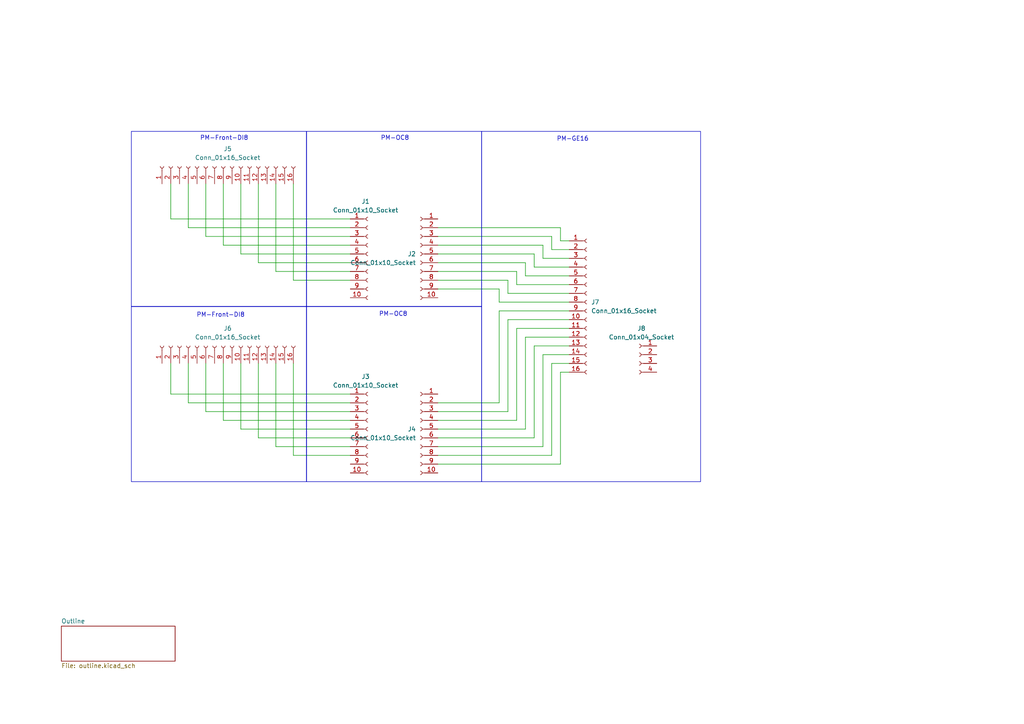
<source format=kicad_sch>
(kicad_sch (version 20231120) (generator "eeschema") (generator_version "8.0")
  (paper "A4")
  (lib_symbols
    (symbol "Connector:Conn_01x04_Socket" (pin_names (offset 1.016) hide)
      (property "Reference" "J" (at 0 5.08 0))
      (property "Value" "Conn_01x04_Socket" (at 0 -7.62 0))
      (symbol "Conn_01x04_Socket_1_1"
        (arc (start 0 -4.572) (mid -0.5058 -5.08) (end 0 -5.588) (stroke (width 0.1524)))
        (arc (start 0 -2.032) (mid -0.5058 -2.54) (end 0 -3.048) (stroke (width 0.1524)))
        (polyline (pts (xy -1.27 -5.08) (xy -0.508 -5.08)) (stroke (width 0.1524)))
        (polyline (pts (xy -1.27 -2.54) (xy -0.508 -2.54)) (stroke (width 0.1524)))
        (polyline (pts (xy -1.27 0) (xy -0.508 0)) (stroke (width 0.1524)))
        (polyline (pts (xy -1.27 2.54) (xy -0.508 2.54)) (stroke (width 0.1524)))
        (arc (start 0 0.508) (mid -0.5058 0) (end 0 -0.508) (stroke (width 0.1524)))
        (arc (start 0 3.048) (mid -0.5058 2.54) (end 0 2.032) (stroke (width 0.1524)))
        (pin passive line (at -5.08 2.54 0) (length 3.81) (name "Pin_1") (number "1"))
        (pin passive line (at -5.08 0 0) (length 3.81) (name "Pin_2") (number "2"))
        (pin passive line (at -5.08 -2.54 0) (length 3.81) (name "Pin_3") (number "3"))
        (pin passive line (at -5.08 -5.08 0) (length 3.81) (name "Pin_4") (number "4"))
      )
    )
    (symbol "Connector:Conn_01x10_Socket" (pin_names (offset 1.016) hide)
      (property "Reference" "J" (at 0 12.7 0))
      (property "Value" "Conn_01x10_Socket" (at 0 -15.24 0))
      (symbol "Conn_01x10_Socket_1_1"
        (arc (start 0 -12.192) (mid -0.5058 -12.7) (end 0 -13.208) (stroke (width 0.1524)))
        (arc (start 0 -9.652) (mid -0.5058 -10.16) (end 0 -10.668) (stroke (width 0.1524)))
        (arc (start 0 -7.112) (mid -0.5058 -7.62) (end 0 -8.128) (stroke (width 0.1524)))
        (arc (start 0 -4.572) (mid -0.5058 -5.08) (end 0 -5.588) (stroke (width 0.1524)))
        (arc (start 0 -2.032) (mid -0.5058 -2.54) (end 0 -3.048) (stroke (width 0.1524)))
        (polyline (pts (xy -1.27 -12.7) (xy -0.508 -12.7)) (stroke (width 0.1524)))
        (polyline (pts (xy -1.27 -10.16) (xy -0.508 -10.16)) (stroke (width 0.1524)))
        (polyline (pts (xy -1.27 -7.62) (xy -0.508 -7.62)) (stroke (width 0.1524)))
        (polyline (pts (xy -1.27 -5.08) (xy -0.508 -5.08)) (stroke (width 0.1524)))
        (polyline (pts (xy -1.27 -2.54) (xy -0.508 -2.54)) (stroke (width 0.1524)))
        (polyline (pts (xy -1.27 0) (xy -0.508 0)) (stroke (width 0.1524)))
        (polyline (pts (xy -1.27 2.54) (xy -0.508 2.54)) (stroke (width 0.1524)))
        (polyline (pts (xy -1.27 5.08) (xy -0.508 5.08)) (stroke (width 0.1524)))
        (polyline (pts (xy -1.27 7.62) (xy -0.508 7.62)) (stroke (width 0.1524)))
        (polyline (pts (xy -1.27 10.16) (xy -0.508 10.16)) (stroke (width 0.1524)))
        (arc (start 0 0.508) (mid -0.5058 0) (end 0 -0.508) (stroke (width 0.1524)))
        (arc (start 0 3.048) (mid -0.5058 2.54) (end 0 2.032) (stroke (width 0.1524)))
        (arc (start 0 5.588) (mid -0.5058 5.08) (end 0 4.572) (stroke (width 0.1524)))
        (arc (start 0 8.128) (mid -0.5058 7.62) (end 0 7.112) (stroke (width 0.1524)))
        (arc (start 0 10.668) (mid -0.5058 10.16) (end 0 9.652) (stroke (width 0.1524)))
        (pin passive line (at -5.08 10.16 0) (length 3.81) (name "Pin_1") (number "1"))
        (pin passive line (at -5.08 -12.7 0) (length 3.81) (name "Pin_10") (number "10"))
        (pin passive line (at -5.08 7.62 0) (length 3.81) (name "Pin_2") (number "2"))
        (pin passive line (at -5.08 5.08 0) (length 3.81) (name "Pin_3") (number "3"))
        (pin passive line (at -5.08 2.54 0) (length 3.81) (name "Pin_4") (number "4"))
        (pin passive line (at -5.08 0 0) (length 3.81) (name "Pin_5") (number "5"))
        (pin passive line (at -5.08 -2.54 0) (length 3.81) (name "Pin_6") (number "6"))
        (pin passive line (at -5.08 -5.08 0) (length 3.81) (name "Pin_7") (number "7"))
        (pin passive line (at -5.08 -7.62 0) (length 3.81) (name "Pin_8") (number "8"))
        (pin passive line (at -5.08 -10.16 0) (length 3.81) (name "Pin_9") (number "9"))
      )
    )
    (symbol "Connector:Conn_01x16_Socket" (pin_names (offset 1.016) hide)
      (property "Reference" "J" (at 0 20.32 0))
      (property "Value" "Conn_01x16_Socket" (at 0 -22.86 0))
      (symbol "Conn_01x16_Socket_1_1"
        (arc (start 0 -19.812) (mid -0.5058 -20.32) (end 0 -20.828) (stroke (width 0.1524)))
        (arc (start 0 -17.272) (mid -0.5058 -17.78) (end 0 -18.288) (stroke (width 0.1524)))
        (arc (start 0 -14.732) (mid -0.5058 -15.24) (end 0 -15.748) (stroke (width 0.1524)))
        (arc (start 0 -12.192) (mid -0.5058 -12.7) (end 0 -13.208) (stroke (width 0.1524)))
        (arc (start 0 -9.652) (mid -0.5058 -10.16) (end 0 -10.668) (stroke (width 0.1524)))
        (arc (start 0 -7.112) (mid -0.5058 -7.62) (end 0 -8.128) (stroke (width 0.1524)))
        (arc (start 0 -4.572) (mid -0.5058 -5.08) (end 0 -5.588) (stroke (width 0.1524)))
        (arc (start 0 -2.032) (mid -0.5058 -2.54) (end 0 -3.048) (stroke (width 0.1524)))
        (polyline (pts (xy -1.27 -20.32) (xy -0.508 -20.32)) (stroke (width 0.1524)))
        (polyline (pts (xy -1.27 -17.78) (xy -0.508 -17.78)) (stroke (width 0.1524)))
        (polyline (pts (xy -1.27 -15.24) (xy -0.508 -15.24)) (stroke (width 0.1524)))
        (polyline (pts (xy -1.27 -12.7) (xy -0.508 -12.7)) (stroke (width 0.1524)))
        (polyline (pts (xy -1.27 -10.16) (xy -0.508 -10.16)) (stroke (width 0.1524)))
        (polyline (pts (xy -1.27 -7.62) (xy -0.508 -7.62)) (stroke (width 0.1524)))
        (polyline (pts (xy -1.27 -5.08) (xy -0.508 -5.08)) (stroke (width 0.1524)))
        (polyline (pts (xy -1.27 -2.54) (xy -0.508 -2.54)) (stroke (width 0.1524)))
        (polyline (pts (xy -1.27 0) (xy -0.508 0)) (stroke (width 0.1524)))
        (polyline (pts (xy -1.27 2.54) (xy -0.508 2.54)) (stroke (width 0.1524)))
        (polyline (pts (xy -1.27 5.08) (xy -0.508 5.08)) (stroke (width 0.1524)))
        (polyline (pts (xy -1.27 7.62) (xy -0.508 7.62)) (stroke (width 0.1524)))
        (polyline (pts (xy -1.27 10.16) (xy -0.508 10.16)) (stroke (width 0.1524)))
        (polyline (pts (xy -1.27 12.7) (xy -0.508 12.7)) (stroke (width 0.1524)))
        (polyline (pts (xy -1.27 15.24) (xy -0.508 15.24)) (stroke (width 0.1524)))
        (polyline (pts (xy -1.27 17.78) (xy -0.508 17.78)) (stroke (width 0.1524)))
        (arc (start 0 0.508) (mid -0.5058 0) (end 0 -0.508) (stroke (width 0.1524)))
        (arc (start 0 3.048) (mid -0.5058 2.54) (end 0 2.032) (stroke (width 0.1524)))
        (arc (start 0 5.588) (mid -0.5058 5.08) (end 0 4.572) (stroke (width 0.1524)))
        (arc (start 0 8.128) (mid -0.5058 7.62) (end 0 7.112) (stroke (width 0.1524)))
        (arc (start 0 10.668) (mid -0.5058 10.16) (end 0 9.652) (stroke (width 0.1524)))
        (arc (start 0 13.208) (mid -0.5058 12.7) (end 0 12.192) (stroke (width 0.1524)))
        (arc (start 0 15.748) (mid -0.5058 15.24) (end 0 14.732) (stroke (width 0.1524)))
        (arc (start 0 18.288) (mid -0.5058 17.78) (end 0 17.272) (stroke (width 0.1524)))
        (pin passive line (at -5.08 17.78 0) (length 3.81) (name "Pin_1") (number "1"))
        (pin passive line (at -5.08 -5.08 0) (length 3.81) (name "Pin_10") (number "10"))
        (pin passive line (at -5.08 -7.62 0) (length 3.81) (name "Pin_11") (number "11"))
        (pin passive line (at -5.08 -10.16 0) (length 3.81) (name "Pin_12") (number "12"))
        (pin passive line (at -5.08 -12.7 0) (length 3.81) (name "Pin_13") (number "13"))
        (pin passive line (at -5.08 -15.24 0) (length 3.81) (name "Pin_14") (number "14"))
        (pin passive line (at -5.08 -17.78 0) (length 3.81) (name "Pin_15") (number "15"))
        (pin passive line (at -5.08 -20.32 0) (length 3.81) (name "Pin_16") (number "16"))
        (pin passive line (at -5.08 15.24 0) (length 3.81) (name "Pin_2") (number "2"))
        (pin passive line (at -5.08 12.7 0) (length 3.81) (name "Pin_3") (number "3"))
        (pin passive line (at -5.08 10.16 0) (length 3.81) (name "Pin_4") (number "4"))
        (pin passive line (at -5.08 7.62 0) (length 3.81) (name "Pin_5") (number "5"))
        (pin passive line (at -5.08 5.08 0) (length 3.81) (name "Pin_6") (number "6"))
        (pin passive line (at -5.08 2.54 0) (length 3.81) (name "Pin_7") (number "7"))
        (pin passive line (at -5.08 0 0) (length 3.81) (name "Pin_8") (number "8"))
        (pin passive line (at -5.08 -2.54 0) (length 3.81) (name "Pin_9") (number "9"))
      )
    )
  )
  (wire (pts (xy 149.86 95.25) (xy 149.86 121.92)))
  (wire (pts (xy 165.1 85.09) (xy 147.32 85.09)))
  (wire (pts (xy 64.77 71.12) (xy 64.77 53.34)))
  (wire (pts (xy 154.94 77.47) (xy 165.1 77.47)))
  (wire (pts (xy 101.6 129.54) (xy 80.01 129.54)))
  (wire (pts (xy 59.69 119.38) (xy 59.69 105.41)))
  (wire (pts (xy 49.53 114.3) (xy 49.53 105.41)))
  (wire (pts (xy 162.56 69.85) (xy 162.56 66.04)))
  (wire (pts (xy 127 132.08) (xy 160.02 132.08)))
  (wire (pts (xy 101.6 124.46) (xy 69.85 124.46)))
  (wire (pts (xy 144.78 87.63) (xy 165.1 87.63)))
  (wire (pts (xy 101.6 68.58) (xy 59.69 68.58)))
  (wire (pts (xy 165.1 97.79) (xy 152.4 97.79)))
  (wire (pts (xy 154.94 100.33) (xy 154.94 127)))
  (wire (pts (xy 165.1 69.85) (xy 162.56 69.85)))
  (wire (pts (xy 127 76.2) (xy 152.4 76.2)))
  (wire (pts (xy 49.53 63.5) (xy 49.53 53.34)))
  (wire (pts (xy 165.1 107.95) (xy 162.56 107.95)))
  (wire (pts (xy 74.93 76.2) (xy 74.93 53.34)))
  (wire (pts (xy 149.86 82.55) (xy 165.1 82.55)))
  (wire (pts (xy 64.77 121.92) (xy 101.6 121.92)))
  (wire (pts (xy 127 71.12) (xy 157.48 71.12)))
  (wire (pts (xy 101.6 63.5) (xy 49.53 63.5)))
  (wire (pts (xy 127 78.74) (xy 149.86 78.74)))
  (wire (pts (xy 54.61 105.41) (xy 54.61 116.84)))
  (wire (pts (xy 101.6 73.66) (xy 69.85 73.66)))
  (wire (pts (xy 144.78 90.17) (xy 144.78 116.84)))
  (wire (pts (xy 85.09 81.28) (xy 85.09 53.34)))
  (wire (pts (xy 149.86 95.25) (xy 165.1 95.25)))
  (wire (pts (xy 165.1 74.93) (xy 157.48 74.93)))
  (wire (pts (xy 162.56 107.95) (xy 162.56 134.62)))
  (wire (pts (xy 152.4 124.46) (xy 127 124.46)))
  (wire (pts (xy 69.85 73.66) (xy 69.85 53.34)))
  (wire (pts (xy 101.6 119.38) (xy 59.69 119.38)))
  (wire (pts (xy 127 73.66) (xy 154.94 73.66)))
  (wire (pts (xy 74.93 105.41) (xy 74.93 127)))
  (wire (pts (xy 154.94 100.33) (xy 165.1 100.33)))
  (wire (pts (xy 165.1 92.71) (xy 147.32 92.71)))
  (wire (pts (xy 165.1 102.87) (xy 157.48 102.87)))
  (wire (pts (xy 101.6 81.28) (xy 85.09 81.28)))
  (wire (pts (xy 160.02 72.39) (xy 165.1 72.39)))
  (wire (pts (xy 101.6 78.74) (xy 80.01 78.74)))
  (wire (pts (xy 127 134.62) (xy 162.56 134.62)))
  (wire (pts (xy 152.4 97.79) (xy 152.4 124.46)))
  (wire (pts (xy 101.6 71.12) (xy 64.77 71.12)))
  (wire (pts (xy 127 116.84) (xy 144.78 116.84)))
  (wire (pts (xy 101.6 66.04) (xy 54.61 66.04)))
  (wire (pts (xy 69.85 124.46) (xy 69.85 105.41)))
  (wire (pts (xy 127 127) (xy 154.94 127)))
  (wire (pts (xy 154.94 73.66) (xy 154.94 77.47)))
  (wire (pts (xy 64.77 105.41) (xy 64.77 121.92)))
  (wire (pts (xy 147.32 85.09) (xy 147.32 81.28)))
  (wire (pts (xy 101.6 76.2) (xy 74.93 76.2)))
  (wire (pts (xy 54.61 66.04) (xy 54.61 53.34)))
  (wire (pts (xy 85.09 105.41) (xy 85.09 132.08)))
  (wire (pts (xy 160.02 68.58) (xy 160.02 72.39)))
  (wire (pts (xy 149.86 78.74) (xy 149.86 82.55)))
  (wire (pts (xy 85.09 132.08) (xy 101.6 132.08)))
  (wire (pts (xy 144.78 83.82) (xy 144.78 87.63)))
  (wire (pts (xy 165.1 80.01) (xy 152.4 80.01)))
  (wire (pts (xy 80.01 78.74) (xy 80.01 53.34)))
  (wire (pts (xy 152.4 80.01) (xy 152.4 76.2)))
  (wire (pts (xy 160.02 105.41) (xy 160.02 132.08)))
  (wire (pts (xy 127 81.28) (xy 147.32 81.28)))
  (wire (pts (xy 59.69 68.58) (xy 59.69 53.34)))
  (wire (pts (xy 101.6 114.3) (xy 49.53 114.3)))
  (wire (pts (xy 144.78 90.17) (xy 165.1 90.17)))
  (wire (pts (xy 54.61 116.84) (xy 101.6 116.84)))
  (wire (pts (xy 157.48 102.87) (xy 157.48 129.54)))
  (wire (pts (xy 160.02 105.41) (xy 165.1 105.41)))
  (wire (pts (xy 74.93 127) (xy 101.6 127)))
  (wire (pts (xy 127 68.58) (xy 160.02 68.58)))
  (wire (pts (xy 147.32 92.71) (xy 147.32 119.38)))
  (wire (pts (xy 127 66.04) (xy 162.56 66.04)))
  (wire (pts (xy 127 83.82) (xy 144.78 83.82)))
  (wire (pts (xy 80.01 129.54) (xy 80.01 105.41)))
  (wire (pts (xy 157.48 74.93) (xy 157.48 71.12)))
  (wire (pts (xy 157.48 129.54) (xy 127 129.54)))
  (wire (pts (xy 127 121.92) (xy 149.86 121.92)))
  (wire (pts (xy 147.32 119.38) (xy 127 119.38)))
  (rectangle (start 139.7 38.1) (end 203.2 139.7))
  (rectangle (start 38.1 38.1) (end 88.9 88.9))
  (rectangle (start 88.9 38.1) (end 139.7 88.9))
  (rectangle (start 88.9 88.9) (end 139.7 139.7))
  (rectangle (start 38.1 88.9) (end 88.9 139.7))
  (text "PM-OC8" (at 114.046 91.186 0) (effects (font (size 1.27 1.27))))
  (text "PM-Front-DI8" (at 65.024 40.132 0) (effects (font (size 1.27 1.27))))
  (text "PM-OC8" (at 114.554 40.132 0) (effects (font (size 1.27 1.27))))
  (text "PM-Front-DI8" (at 64.008 91.44 0) (effects (font (size 1.27 1.27))))
  (text "PM-GE16" (at 166.116 40.386 0) (effects (font (size 1.27 1.27))))
  (symbol (lib_id "Connector:Conn_01x10_Socket") (at 121.92 124.46 0) (mirror y) (unit 1)
    (property "Reference" "J4" (at 120.65 124.4599 0) (effects (justify left)))
    (property "Value" "Conn_01x10_Socket" (at 120.65 126.9999 0) (effects (justify left)))
    (property "Footprint" "Connector_PinSocket_2.54mm:PinSocket_1x10_P2.54mm_Vertical_SMD_Pin1Left" (effects (hide yes)))
    (property "Description" "Generic connector, single row, 01x10, script generated" (effects (hide yes)))
  )
  (symbol (lib_id "Connector:Conn_01x10_Socket") (at 106.68 73.66 0) (unit 1)
    (property "Reference" "J1" (at 106.045 58.42 0))
    (property "Value" "Conn_01x10_Socket" (at 106.045 60.96 0))
    (property "Footprint" "Connector_PinSocket_2.54mm:PinSocket_1x10_P2.54mm_Vertical_SMD_Pin1Left" (effects (hide yes)))
    (property "Description" "Generic connector, single row, 01x10, script generated" (effects (hide yes)))
  )
  (symbol (lib_id "Connector:Conn_01x16_Socket") (at 64.77 100.33 90) (unit 1)
    (property "Reference" "J6" (at 66.04 95.25 90))
    (property "Value" "Conn_01x16_Socket" (at 66.04 97.79 90))
    (property "Footprint" "Connector_PinSocket_2.54mm:PinSocket_1x16_P2.54mm_Vertical_SMD_Pin1Left" (effects (hide yes)))
    (property "Description" "Generic connector, single row, 01x16, script generated" (effects (hide yes)))
  )
  (symbol (lib_id "Connector:Conn_01x16_Socket") (at 64.77 48.26 90) (unit 1)
    (property "Reference" "J5" (at 66.04 43.18 90))
    (property "Value" "Conn_01x16_Socket" (at 66.04 45.72 90))
    (property "Footprint" "Connector_PinSocket_2.54mm:PinSocket_1x16_P2.54mm_Vertical_SMD_Pin1Left" (effects (hide yes)))
    (property "Description" "Generic connector, single row, 01x16, script generated" (effects (hide yes)))
  )
  (symbol (lib_id "Connector:Conn_01x10_Socket") (at 121.92 73.66 0) (mirror y) (unit 1)
    (property "Reference" "J2" (at 120.65 73.6599 0) (effects (justify left)))
    (property "Value" "Conn_01x10_Socket" (at 120.65 76.1999 0) (effects (justify left)))
    (property "Footprint" "Connector_PinSocket_2.54mm:PinSocket_1x10_P2.54mm_Vertical_SMD_Pin1Left" (effects (hide yes)))
    (property "Description" "Generic connector, single row, 01x10, script generated" (effects (hide yes)))
  )
  (symbol (lib_id "Connector:Conn_01x04_Socket") (at 185.42 102.87 0) (mirror y) (unit 1)
    (property "Reference" "J8" (at 186.055 95.25 0))
    (property "Value" "Conn_01x04_Socket" (at 186.055 97.79 0))
    (property "Footprint" "Connector_PinSocket_2.54mm:PinSocket_1x04_P2.54mm_Vertical_SMD_Pin1Left" (effects (hide yes)))
    (property "Description" "Generic connector, single row, 01x04, script generated" (effects (hide yes)))
  )
  (symbol (lib_id "Connector:Conn_01x16_Socket") (at 170.18 87.63 0) (unit 1)
    (property "Reference" "J7" (at 171.45 87.6299 0) (effects (justify left)))
    (property "Value" "Conn_01x16_Socket" (at 171.45 90.1699 0) (effects (justify left)))
    (property "Footprint" "Connector_PinSocket_2.54mm:PinSocket_1x16_P2.54mm_Vertical_SMD_Pin1Left" (effects (hide yes)))
    (property "Description" "Generic connector, single row, 01x16, script generated" (effects (hide yes)))
  )
  (symbol (lib_id "Connector:Conn_01x10_Socket") (at 106.68 124.46 0) (unit 1)
    (property "Reference" "J3" (at 106.045 109.22 0))
    (property "Value" "Conn_01x10_Socket" (at 106.045 111.76 0))
    (property "Footprint" "Connector_PinSocket_2.54mm:PinSocket_1x10_P2.54mm_Vertical_SMD_Pin1Left" (effects (hide yes)))
    (property "Description" "Generic connector, single row, 01x10, script generated" (effects (hide yes)))
  )
  (sheet (at 17.78 181.61) (size 33.02 10.16) (stroke (width 0.1524))
    (property "Sheetname" "Outline" (at 17.78 180.8984 0) (effects (justify left bottom)))
    (property "Sheetfile" "outline.kicad_sch" (at 17.78 192.3546 0) (effects (justify left top)))
  )
)
</source>
